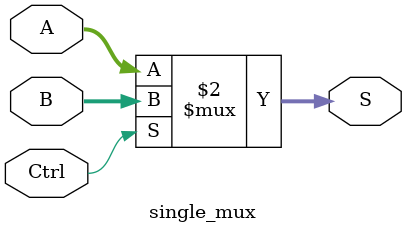
<source format=v>
`timescale 1ns / 1ps
module single_mux(
	A,
	B,
	Ctrl,
	S
   );
	
	parameter N = 32;
	input  wire Ctrl;
	input  wire [N-1:0] A, B;
	output wire [N-1:0] S;
	
	assign S = (Ctrl == 1'b0) ? A : B;
	
endmodule

</source>
